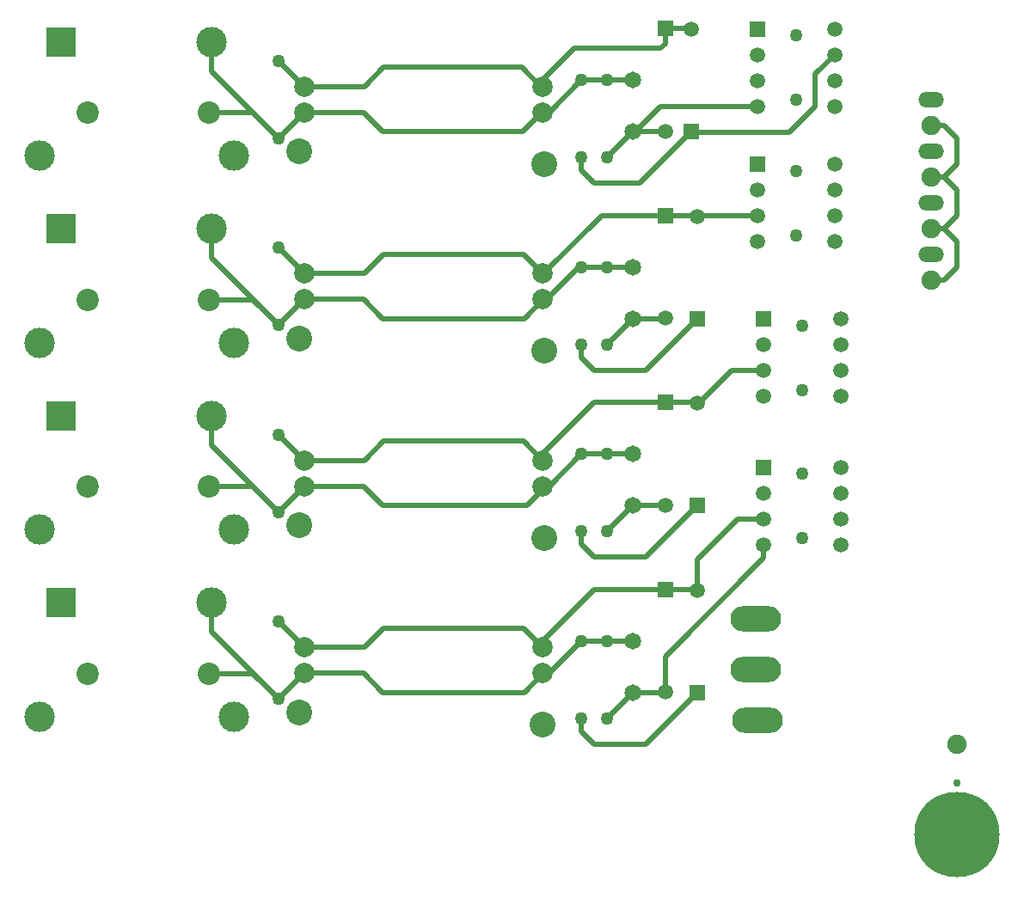
<source format=gbr>
G04 DipTrace 4.3.0.1*
G04 2 - Bottom.gbr*
%MOMM*%
G04 #@! TF.FileFunction,Copper,L2,Bot*
G04 #@! TF.Part,Single*
G04 #@! TA.AperFunction,Conductor*
%ADD15C,0.5*%
G04 #@! TA.AperFunction,ComponentPad*
%ADD18O,2.54X1.5*%
%ADD19C,1.65*%
%ADD20R,1.5X1.5*%
%ADD21C,1.5*%
%ADD23C,8.4*%
%ADD24C,2.0*%
%ADD25C,1.27*%
%ADD26C,1.27*%
%ADD27R,3.0X3.0*%
%ADD28C,3.0*%
%ADD29C,0.75*%
%ADD30C,2.2*%
%ADD31O,5.0X2.5*%
%ADD32C,1.905*%
%ADD33C,2.54*%
%FSLAX35Y35*%
G04*
G71*
G90*
G75*
G01*
G04 Bottom*
%LPD*%
X744000Y385500D2*
D15*
Y258500D1*
X871000Y131500D1*
X1379000D1*
X1887000Y639500D1*
X744000Y-1456000D2*
Y-1583000D1*
X871000Y-1710000D1*
X1379000D1*
X1887000Y-1202000D1*
X744000Y-3297500D2*
Y-3424500D1*
X871000Y-3551500D1*
X1379000D1*
X1887000Y-3043500D1*
X744000Y2227000D2*
Y2100000D1*
X871000Y1973000D1*
X1315500D1*
X1823500Y2481000D1*
X3238500Y3238500D2*
X3048000Y3048000D1*
Y2730500D1*
X2794000Y2476500D1*
X1828000D1*
X1823500Y2481000D1*
X998000Y385500D2*
X1252000Y639500D1*
X1563500D1*
X1569500Y645500D1*
X998000Y2227000D2*
X1252000Y2481000D1*
X1563500D1*
X1569500Y2487000D1*
X998000Y-3297500D2*
X1252000Y-3043500D1*
X1563500D1*
X1569500Y-3037500D1*
X998000Y-1456000D2*
X1252000Y-1202000D1*
X1563500D1*
X1569500Y-1196000D1*
X4191000Y1524000D2*
X4318000D1*
X4445000Y1651000D1*
Y1905000D1*
X4318000Y2032000D1*
X4191000D1*
X4318000D2*
X4445000Y2159000D1*
Y2413000D1*
X4318000Y2540000D1*
X4191000D1*
X1252000Y2481000D2*
X1274500D1*
X1524000Y2730500D1*
X2476500D1*
X4318000Y1524000D2*
X4445000Y1397000D1*
Y1143000D1*
X4318000Y1016000D1*
X4191000D1*
X2540000Y-1587500D2*
Y-1714500D1*
X1569500Y-2685000D1*
Y-3037500D1*
X-2901500Y3365500D2*
Y3078500D1*
X-2240500Y2417500D1*
X-1986500Y2671500D1*
X-1401500D1*
X-1211000Y2481000D1*
X163250D1*
X353750Y2671500D1*
X363000D1*
X744000Y2989000D2*
X998000D1*
X1252000D1*
X363000Y2671500D2*
X426500D1*
X744000Y2989000D1*
X-2921000Y2667000D2*
X-2490000D1*
X-2240500Y2417500D1*
X-2901500Y-2159000D2*
Y-2446000D1*
X-2240500Y-3107000D1*
X-1986500Y-2853000D1*
X-1401500D1*
X-1211000Y-3043500D1*
X179127D1*
X363000Y-2859627D1*
Y-2853000D1*
X744000Y-2535500D2*
X998000D1*
X1252000D1*
X363000Y-2853000D2*
X426500D1*
X744000Y-2535500D1*
X-2921000Y-2857500D2*
X-2490000D1*
X-2240500Y-3107000D1*
X-2901500Y-317500D2*
Y-604500D1*
X-2240500Y-1265500D1*
X-1986500Y-1011500D1*
X-1401500D1*
X-1211000Y-1202000D1*
X210877D1*
X363000Y-1049877D1*
Y-1011500D1*
X744000Y-694000D2*
X998000D1*
X1252000D1*
X363000Y-1011500D2*
X426500D1*
X744000Y-694000D1*
X-2921000Y-1016000D2*
X-2490000D1*
X-2240500Y-1265500D1*
X-2901500Y1524000D2*
Y1237000D1*
X-2240500Y576000D1*
X-1986500Y830000D1*
X-1401500D1*
X-1211000Y639500D1*
X179127D1*
X363000Y823373D1*
Y830000D1*
X744000Y1147500D2*
X998000D1*
X1252000D1*
X363000Y830000D2*
X401377D1*
X718877Y1147500D1*
X744000D1*
X-2921000Y825500D2*
X-2490000D1*
X-2240500Y576000D1*
Y3179500D2*
X-1986500Y2925500D1*
X-1392500D1*
X-1202000Y3116000D1*
X154250D1*
X344750Y2925500D1*
X363000D1*
X1569500Y3497000D2*
X1817500D1*
X1823500Y3491000D1*
X363000Y2925500D2*
Y2989000D1*
X676000Y3302000D1*
X1524000D1*
X1569500Y3347500D1*
Y3497000D1*
X-2240500Y1338000D2*
X-1986500Y1084000D1*
X-1392500D1*
X-1202000Y1274500D1*
X172500D1*
X363000Y1084000D1*
X1569500Y1655500D2*
X1881000D1*
X1887000Y1649500D1*
X363000Y1084000D2*
X369627D1*
X941127Y1655500D1*
X1569500D1*
X1887000Y1649500D2*
Y1651000D1*
X2476500D1*
X-2240500Y-503500D2*
X-1986500Y-757500D1*
X-1392500D1*
X-1202000Y-567000D1*
X172500D1*
X363000Y-757500D1*
X1569500Y-186000D2*
X1881000D1*
X1887000Y-192000D1*
X363000Y-757500D2*
Y-694000D1*
X871000Y-186000D1*
X1569500D1*
X1887000Y-192000D2*
X1903500D1*
X2222500Y127000D1*
X2540000D1*
X-2240500Y-2345000D2*
X-1986500Y-2599000D1*
X-1392500D1*
X-1202000Y-2408500D1*
X172500D1*
X363000Y-2599000D1*
X1569500Y-2027500D2*
X1887000D1*
Y-2033500D1*
X363000Y-2599000D2*
Y-2535500D1*
X871000Y-2027500D1*
X1569500D1*
X1887000Y-2033500D2*
Y-1732500D1*
X2286000Y-1333500D1*
X2540000D1*
D18*
X4191000Y2794000D3*
Y2286000D3*
Y1778000D3*
D19*
X1252000Y2481000D3*
Y2989000D3*
D20*
X1823500Y2481000D3*
D21*
Y3491000D3*
D20*
X1569500Y3497000D3*
D21*
Y2487000D3*
D23*
X4445000Y-4445000D3*
D24*
X-1986500Y2925500D3*
Y2671500D3*
X363000Y2925500D3*
Y2671500D3*
D25*
X-2240500Y3179500D3*
D26*
Y2417500D3*
D25*
X744000Y2227000D3*
D26*
Y2989000D3*
D25*
X998000D3*
D26*
Y2227000D3*
D27*
X-4381500Y3365500D3*
D28*
X-2901500D3*
X-4591500Y2245500D3*
X-2681500D3*
D29*
X4445000Y-3937000D3*
D19*
X1252000Y639500D3*
Y1147500D3*
D20*
X1887000Y639500D3*
D21*
Y1649500D3*
D20*
X1569500Y1655500D3*
D21*
Y645500D3*
D24*
X-1986500Y1084000D3*
Y830000D3*
X363000Y1084000D3*
Y830000D3*
D25*
X-2240500Y1338000D3*
D26*
Y576000D3*
D25*
X744000Y385500D3*
D26*
Y1147500D3*
D25*
X998000D3*
D26*
Y385500D3*
D27*
X-4381500Y1524000D3*
D28*
X-2901500D3*
X-4591500Y404000D3*
X-2681500D3*
D19*
X1252000Y-1202000D3*
Y-694000D3*
D20*
X1887000Y-1202000D3*
D21*
Y-192000D3*
D20*
X1569500Y-186000D3*
D21*
Y-1196000D3*
D24*
X-1986500Y-757500D3*
Y-1011500D3*
X363000Y-757500D3*
Y-1011500D3*
D25*
X-2240500Y-503500D3*
D26*
Y-1265500D3*
D25*
X744000Y-1456000D3*
D26*
Y-694000D3*
D25*
X998000D3*
D26*
Y-1456000D3*
D27*
X-4381500Y-317500D3*
D28*
X-2901500D3*
X-4591500Y-1437500D3*
X-2681500D3*
D19*
X1252000Y-3043500D3*
Y-2535500D3*
D20*
X1887000Y-3043500D3*
D21*
Y-2033500D3*
D20*
X1569500Y-2027500D3*
D21*
Y-3037500D3*
D24*
X-1986500Y-2599000D3*
Y-2853000D3*
X363000Y-2599000D3*
Y-2853000D3*
D25*
X-2240500Y-2345000D3*
D26*
Y-3107000D3*
D25*
X744000Y-3297500D3*
D26*
Y-2535500D3*
D25*
X998000D3*
D26*
Y-3297500D3*
D27*
X-4381500Y-2159000D3*
D28*
X-2901500D3*
X-4591500Y-3279000D3*
X-2681500D3*
D18*
X4191000Y1270000D3*
D30*
X-2921000Y2667000D3*
X-4121000D3*
X-2921000Y825500D3*
X-4121000D3*
D31*
X2460627Y-2317750D3*
Y-2817750D3*
D30*
X-2921000Y-1016000D3*
X-4121000D3*
X-2921000Y-2857500D3*
X-4121000D3*
D32*
X4445000Y-3556000D3*
X4191000Y2540000D3*
Y2032000D3*
Y1524000D3*
Y1016000D3*
D20*
X2476500Y3492500D3*
D21*
Y3238500D3*
Y2984500D3*
Y2730500D3*
X3238500D3*
Y2984500D3*
Y3238500D3*
Y3492500D3*
D25*
X2857500Y3429000D3*
D26*
Y2794000D3*
D20*
X2476500Y2159000D3*
D21*
Y1905000D3*
Y1651000D3*
Y1397000D3*
X3238500D3*
Y1651000D3*
Y1905000D3*
Y2159000D3*
D25*
X2857500Y2095500D3*
D26*
Y1460500D3*
D20*
X2540000Y635000D3*
D21*
Y381000D3*
Y127000D3*
Y-127000D3*
X3302000D3*
Y127000D3*
Y381000D3*
Y635000D3*
D25*
X2921000Y571500D3*
D26*
Y-63500D3*
D20*
X2540000Y-825500D3*
D21*
Y-1079500D3*
Y-1333500D3*
Y-1587500D3*
X3302000D3*
Y-1333500D3*
Y-1079500D3*
Y-825500D3*
D25*
X2921000Y-889000D3*
D26*
Y-1524000D3*
D33*
X-2032000Y2286000D3*
X381000Y2163500D3*
X-2032000Y444500D3*
X381000Y322000D3*
X-2032000Y-1397000D3*
X381000Y-1523500D3*
X-2032000Y-3238500D3*
X363000Y-3361000D3*
D31*
X2476500Y-3317877D3*
M02*

</source>
